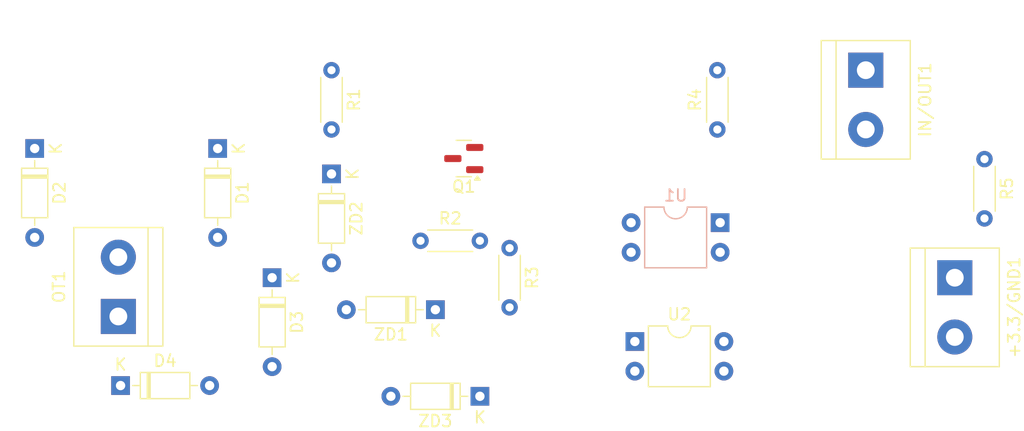
<source format=kicad_pcb>
(kicad_pcb (version 20240108) (generator "pcbnew") (generator_version "8.0")
  (layers (0 "F.Cu" signal) (31 "B.Cu" signal) (34 "B.Paste" user) (35 "F.Paste" user) (36 "B.SilkS" user "B.Silkscreen") (37 "F.SilkS" user "F.Silkscreen") (38 "B.Mask" user) (39 "F.Mask" user) (44 "Edge.Cuts" user))
  (net 0 "")
  (net 1 "Net-(D1-K)")
  (net 2 "Net-(R4-Pad1)")
  (net 3 "/OT1")
  (net 4 "/OT2")
  (net 5 "Net-(D3-A)")
  (net 6 "/OUT")
  (net 7 "/IN")
  (net 8 "Net-(Q1-B)")
  (net 9 "Net-(Q1-C)")
  (net 10 "Net-(R2-Pad2)")
  (net 11 "Net-(ZD3-K)")
  (net 12 "/GND")
  (net 13 "/3.3")
  (footprint "Resistor_THT:R_Axial_DIN0204_L3.6mm_D1.6mm_P5.08mm_Horizontal" (layer "F.Cu") (at 93.98 45.72 -90)
    (property "Reference" "R3" (at 2.54 -1.92 90) (layer "F.SilkS"))
    (property "Value" "100")
    (fp_line (start 0.62 0.92) (end 4.46 0.92) (stroke (width 0.12)) (layer "F.SilkS"))
    (fp_line (start 0.62 -0.92) (end 4.46 -0.92) (stroke (width 0.12)) (layer "F.SilkS"))
    (pad "1" thru_hole circle (at 0 0 270) (size 1.4 1.4) (drill 0.7) (layers "*.Cu" "*.Mask") (net 10 "Net-(R2-Pad2)"))
    (pad "2" thru_hole oval (at 5.08 0 270) (size 1.4 1.4) (drill 0.7) (layers "*.Cu" "*.Mask") (net 5 "Net-(D3-A)"))
  )
  (footprint "Resistor_THT:R_Axial_DIN0204_L3.6mm_D1.6mm_P5.08mm_Horizontal" (layer "F.Cu") (at 111.76 35.56 90)
    (property "Reference" "R4" (at 2.54 -1.92 270) (layer "F.SilkS"))
    (property "Value" "330")
    (fp_line (start 0.62 -0.92) (end 4.46 -0.92) (stroke (width 0.12)) (layer "F.SilkS"))
    (fp_line (start 0.62 0.92) (end 4.46 0.92) (stroke (width 0.12)) (layer "F.SilkS"))
    (pad "1" thru_hole circle (at 0 0 90) (size 1.4 1.4) (drill 0.7) (layers "*.Cu" "*.Mask") (net 2 "Net-(R4-Pad1)"))
    (pad "2" thru_hole oval (at 5.08 0 90) (size 1.4 1.4) (drill 0.7) (layers "*.Cu" "*.Mask") (net 7 "/IN"))
  )
  (footprint "Package_DIP:DIP-4_W7.62mm" (layer "F.Cu") (at 104.7 53.725)
    (property "Reference" "U2" (at 3.81 -2.33 0) (layer "F.SilkS"))
    (property "Value" "PC817")
    (fp_line (start 1.16 -1.33) (end 1.16 3.87) (stroke (width 0.12)) (layer "F.SilkS"))
    (fp_line (start 1.16 3.87) (end 6.46 3.87) (stroke (width 0.12)) (layer "F.SilkS"))
    (fp_line (start 2.81 -1.33) (end 1.16 -1.33) (stroke (width 0.12)) (layer "F.SilkS"))
    (fp_line (start 6.46 -1.33) (end 4.81 -1.33) (stroke (width 0.12)) (layer "F.SilkS"))
    (fp_line (start 6.46 3.87) (end 6.46 -1.33) (stroke (width 0.12)) (layer "F.SilkS"))
    (fp_arc (start 4.81 -1.33) (mid 3.81 -0.33) (end 2.81 -1.33) (stroke (width 0.12)) (layer "F.SilkS"))
    (pad "1" thru_hole rect (at 0 0) (size 1.6 1.6) (drill 0.8) (layers "*.Cu" "*.Mask") (net 10 "Net-(R2-Pad2)"))
    (pad "2" thru_hole oval (at 0 2.54) (size 1.6 1.6) (drill 0.8) (layers "*.Cu" "*.Mask") (net 5 "Net-(D3-A)"))
    (pad "3" thru_hole oval (at 7.62 2.54) (size 1.6 1.6) (drill 0.8) (layers "*.Cu" "*.Mask") (net 6 "/OUT"))
    (pad "4" thru_hole oval (at 7.62 0) (size 1.6 1.6) (drill 0.8) (layers "*.Cu" "*.Mask") (net 13 "/3.3"))
  )
  (footprint "Diode_THT:D_DO-35_SOD27_P7.62mm_Horizontal" (layer "F.Cu") (at 69 37.19 -90)
    (property "Reference" "D1" (at 3.81 -2.12 90) (layer "F.SilkS"))
    (property "Value" "1N4148")
    (fp_line (start 1.69 1.12) (end 5.93 1.12) (stroke (width 0.12)) (layer "F.SilkS"))
    (fp_line (start 5.93 1.12) (end 5.93 -1.12) (stroke (width 0.12)) (layer "F.SilkS"))
    (fp_line (start 1.04 0) (end 1.69 0) (stroke (width 0.12)) (layer "F.SilkS"))
    (fp_line (start 6.58 0) (end 5.93 0) (stroke (width 0.12)) (layer "F.SilkS"))
    (fp_line (start 1.69 -1.12) (end 1.69 1.12) (stroke (width 0.12)) (layer "F.SilkS"))
    (fp_line (start 2.29 -1.12) (end 2.29 1.12) (stroke (width 0.12)) (layer "F.SilkS"))
    (fp_line (start 2.41 -1.12) (end 2.41 1.12) (stroke (width 0.12)) (layer "F.SilkS"))
    (fp_line (start 2.53 -1.12) (end 2.53 1.12) (stroke (width 0.12)) (layer "F.SilkS"))
    (fp_line (start 5.93 -1.12) (end 1.69 -1.12) (stroke (width 0.12)) (layer "F.SilkS"))
    (fp_text user "K" (at 0 -1.8 90) (layer "F.SilkS"))
    (pad "1" thru_hole rect (at 0 0 270) (size 1.6 1.6) (drill 0.8) (layers "*.Cu" "*.Mask") (net 1 "Net-(D1-K)"))
    (pad "2" thru_hole oval (at 7.62 0 270) (size 1.6 1.6) (drill 0.8) (layers "*.Cu" "*.Mask") (net 3 "/OT1"))
  )
  (footprint "TerminalBlock:TerminalBlock_bornier-2_P5.08mm" (layer "F.Cu") (at 124.46 30.48 -90)
    (property "Reference" "IN/OUT1" (at 2.54 -5.08 90) (layer "F.SilkS"))
    (property "Value" "Screw_Terminal_01x02")
    (fp_line (start -2.54 3.81) (end 7.62 3.81) (stroke (width 0.12)) (layer "F.SilkS"))
    (fp_line (start 7.62 3.81) (end 7.62 -3.81) (stroke (width 0.12)) (layer "F.SilkS"))
    (fp_line (start 7.62 2.54) (end -2.54 2.54) (stroke (width 0.12)) (layer "F.SilkS"))
    (fp_line (start -2.54 -3.81) (end -2.54 3.81) (stroke (width 0.12)) (layer "F.SilkS"))
    (fp_line (start 7.62 -3.81) (end -2.54 -3.81) (stroke (width 0.12)) (layer "F.SilkS"))
    (pad "1" thru_hole rect (at 0 0 270) (size 3 3) (drill 1.52) (layers "*.Cu" "*.Mask") (net 7 "/IN"))
    (pad "2" thru_hole circle (at 5.08 0 270) (size 3 3) (drill 1.52) (layers "*.Cu" "*.Mask") (net 6 "/OUT"))
  )
  (footprint "Resistor_THT:R_Axial_DIN0204_L3.6mm_D1.6mm_P5.08mm_Horizontal" (layer "F.Cu") (at 86.36 45.095)
    (property "Reference" "R2" (at 2.54 -1.92 0) (layer "F.SilkS"))
    (property "Value" "220")
    (fp_line (start 0.62 -0.92) (end 4.46 -0.92) (stroke (width 0.12)) (layer "F.SilkS"))
    (fp_line (start 0.62 0.92) (end 4.46 0.92) (stroke (width 0.12)) (layer "F.SilkS"))
    (pad "1" thru_hole circle (at 0 0) (size 1.4 1.4) (drill 0.7) (layers "*.Cu" "*.Mask") (net 9 "Net-(Q1-C)"))
    (pad "2" thru_hole oval (at 5.08 0) (size 1.4 1.4) (drill 0.7) (layers "*.Cu" "*.Mask") (net 10 "Net-(R2-Pad2)"))
  )
  (footprint "Diode_THT:D_DO-35_SOD27_P7.62mm_Horizontal" (layer "F.Cu") (at 53.34 37.19 -90)
    (property "Reference" "D2" (at 3.81 -2.12 90) (layer "F.SilkS"))
    (property "Value" "1N4148")
    (fp_line (start 1.69 1.12) (end 5.93 1.12) (stroke (width 0.12)) (layer "F.SilkS"))
    (fp_line (start 5.93 1.12) (end 5.93 -1.12) (stroke (width 0.12)) (layer "F.SilkS"))
    (fp_line (start 1.04 0) (end 1.69 0) (stroke (width 0.12)) (layer "F.SilkS"))
    (fp_line (start 6.58 0) (end 5.93 0) (stroke (width 0.12)) (layer "F.SilkS"))
    (fp_line (start 1.69 -1.12) (end 1.69 1.12) (stroke (width 0.12)) (layer "F.SilkS"))
    (fp_line (start 2.29 -1.12) (end 2.29 1.12) (stroke (width 0.12)) (layer "F.SilkS"))
    (fp_line (start 2.41 -1.12) (end 2.41 1.12) (stroke (width 0.12)) (layer "F.SilkS"))
    (fp_line (start 2.53 -1.12) (end 2.53 1.12) (stroke (width 0.12)) (layer "F.SilkS"))
    (fp_line (start 5.93 -1.12) (end 1.69 -1.12) (stroke (width 0.12)) (layer "F.SilkS"))
    (fp_text user "K" (at 0 -1.8 90) (layer "F.SilkS"))
    (pad "1" thru_hole rect (at 0 0 270) (size 1.6 1.6) (drill 0.8) (layers "*.Cu" "*.Mask") (net 1 "Net-(D1-K)"))
    (pad "2" thru_hole oval (at 7.62 0 270) (size 1.6 1.6) (drill 0.8) (layers "*.Cu" "*.Mask") (net 4 "/OT2"))
  )
  (footprint "TerminalBlock:TerminalBlock_bornier-2_P5.08mm" (layer "F.Cu") (at 132.08 48.26 -90)
    (property "Reference" "+3.3/GND1" (at 2.54 -5.08 90) (layer "F.SilkS"))
    (property "Value" "Screw_Terminal_01x02")
    (fp_line (start -2.54 3.81) (end 7.62 3.81) (stroke (width 0.12)) (layer "F.SilkS"))
    (fp_line (start 7.62 3.81) (end 7.62 -3.81) (stroke (width 0.12)) (layer "F.SilkS"))
    (fp_line (start 7.62 2.54) (end -2.54 2.54) (stroke (width 0.12)) (layer "F.SilkS"))
    (fp_line (start -2.54 -3.81) (end -2.54 3.81) (stroke (width 0.12)) (layer "F.SilkS"))
    (fp_line (start 7.62 -3.81) (end -2.54 -3.81) (stroke (width 0.12)) (layer "F.SilkS"))
    (pad "1" thru_hole rect (at 0 0 270) (size 3 3) (drill 1.52) (layers "*.Cu" "*.Mask") (net 12 "/GND"))
    (pad "2" thru_hole circle (at 5.08 0 270) (size 3 3) (drill 1.52) (layers "*.Cu" "*.Mask") (net 13 "/3.3"))
  )
  (footprint "Diode_THT:D_DO-35_SOD27_P7.62mm_Horizontal" (layer "F.Cu") (at 73.66 48.26 -90)
    (property "Reference" "D3" (at 3.81 -2.12 90) (layer "F.SilkS"))
    (property "Value" "1N4148")
    (fp_line (start 1.69 1.12) (end 5.93 1.12) (stroke (width 0.12)) (layer "F.SilkS"))
    (fp_line (start 5.93 1.12) (end 5.93 -1.12) (stroke (width 0.12)) (layer "F.SilkS"))
    (fp_line (start 1.04 0) (end 1.69 0) (stroke (width 0.12)) (layer "F.SilkS"))
    (fp_line (start 6.58 0) (end 5.93 0) (stroke (width 0.12)) (layer "F.SilkS"))
    (fp_line (start 1.69 -1.12) (end 1.69 1.12) (stroke (width 0.12)) (layer "F.SilkS"))
    (fp_line (start 2.29 -1.12) (end 2.29 1.12) (stroke (width 0.12)) (layer "F.SilkS"))
    (fp_line (start 2.41 -1.12) (end 2.41 1.12) (stroke (width 0.12)) (layer "F.SilkS"))
    (fp_line (start 2.53 -1.12) (end 2.53 1.12) (stroke (width 0.12)) (layer "F.SilkS"))
    (fp_line (start 5.93 -1.12) (end 1.69 -1.12) (stroke (width 0.12)) (layer "F.SilkS"))
    (fp_text user "K" (at 0 -1.8 90) (layer "F.SilkS"))
    (pad "1" thru_hole rect (at 0 0 270) (size 1.6 1.6) (drill 0.8) (layers "*.Cu" "*.Mask") (net 3 "/OT1"))
    (pad "2" thru_hole oval (at 7.62 0 270) (size 1.6 1.6) (drill 0.8) (layers "*.Cu" "*.Mask") (net 5 "Net-(D3-A)"))
  )
  (footprint "Diode_THT:D_DO-35_SOD27_P7.62mm_Horizontal" (layer "F.Cu") (at 60.69 57.5)
    (property "Reference" "D4" (at 3.81 -2.12 360) (layer "F.SilkS"))
    (property "Value" "1N4148")
    (fp_line (start 1.04 0) (end 1.69 0) (stroke (width 0.12)) (layer "F.SilkS"))
    (fp_line (start 1.69 -1.12) (end 1.69 1.12) (stroke (width 0.12)) (layer "F.SilkS"))
    (fp_line (start 1.69 1.12) (end 5.93 1.12) (stroke (width 0.12)) (layer "F.SilkS"))
    (fp_line (start 2.29 -1.12) (end 2.29 1.12) (stroke (width 0.12)) (layer "F.SilkS"))
    (fp_line (start 2.41 -1.12) (end 2.41 1.12) (stroke (width 0.12)) (layer "F.SilkS"))
    (fp_line (start 2.53 -1.12) (end 2.53 1.12) (stroke (width 0.12)) (layer "F.SilkS"))
    (fp_line (start 5.93 -1.12) (end 1.69 -1.12) (stroke (width 0.12)) (layer "F.SilkS"))
    (fp_line (start 5.93 1.12) (end 5.93 -1.12) (stroke (width 0.12)) (layer "F.SilkS"))
    (fp_line (start 6.58 0) (end 5.93 0) (stroke (width 0.12)) (layer "F.SilkS"))
    (fp_text user "K" (at 0 -1.8 360) (layer "F.SilkS"))
    (pad "1" thru_hole rect (at 0 0) (size 1.6 1.6) (drill 0.8) (layers "*.Cu" "*.Mask") (net 4 "/OT2"))
    (pad "2" thru_hole oval (at 7.62 0) (size 1.6 1.6) (drill 0.8) (layers "*.Cu" "*.Mask") (net 5 "Net-(D3-A)"))
  )
  (footprint "Resistor_THT:R_Axial_DIN0204_L3.6mm_D1.6mm_P5.08mm_Horizontal" (layer "F.Cu") (at 78.74 30.48 -90)
    (property "Reference" "R1" (at 2.54 -1.92 -90) (layer "F.SilkS"))
    (property "Value" "330")
    (fp_line (start 0.62 0.92) (end 4.46 0.92) (stroke (width 0.12)) (layer "F.SilkS"))
    (fp_line (start 0.62 -0.92) (end 4.46 -0.92) (stroke (width 0.12)) (layer "F.SilkS"))
    (pad "1" thru_hole circle (at 0 0 270) (size 1.4 1.4) (drill 0.7) (layers "*.Cu" "*.Mask") (net 1 "Net-(D1-K)"))
    (pad "2" thru_hole oval (at 5.08 0 270) (size 1.4 1.4) (drill 0.7) (layers "*.Cu" "*.Mask") (net 8 "Net-(Q1-B)"))
  )
  (footprint "Package_TO_SOT_SMD:SOT-23" (layer "F.Cu") (at 90.0625 38.05 180)
    (property "Reference" "Q1" (at 0 -2.4 180) (layer "F.SilkS"))
    (property "Value" "BC858")
    (fp_line (start 0 1.56) (end 0.65 1.56) (stroke (width 0.12)) (layer "F.SilkS"))
    (fp_line (start 0 1.56) (end -0.65 1.56) (stroke (width 0.12)) (layer "F.SilkS"))
    (fp_line (start 0 -1.56) (end 0.65 -1.56) (stroke (width 0.12)) (layer "F.SilkS"))
    (fp_line (start 0 -1.56) (end -0.65 -1.56) (stroke (width 0.12)) (layer "F.SilkS"))
    (fp_poly (pts (xy -1.1625 -1.51) (xy -1.4025 -1.84) (xy -0.9225 -1.84) (xy -1.1625 -1.51)) (stroke (width 0.12)) (fill solid) (layer "F.SilkS"))
    (pad "1" smd roundrect (at -0.9375 -0.95 180) (size 1.475 0.6) (layers "F.Cu" "F.Paste" "F.Mask") (net 8 "Net-(Q1-B)"))
    (pad "2" smd roundrect (at -0.9375 0.95 180) (size 1.475 0.6) (layers "F.Cu" "F.Paste" "F.Mask") (net 1 "Net-(D1-K)"))
    (pad "3" smd roundrect (at 0.9375 0 180) (size 1.475 0.6) (layers "F.Cu" "F.Paste" "F.Mask") (net 9 "Net-(Q1-C)"))
  )
  (footprint "TerminalBlock:TerminalBlock_bornier-2_P5.08mm" (layer "F.Cu") (at 60.5 51.58 90)
    (property "Reference" "OT1" (at 2.54 -5.08 270) (layer "F.SilkS"))
    (property "Value" "Screw_Terminal_01x02")
    (fp_line (start 7.62 -3.81) (end -2.54 -3.81) (stroke (width 0.12)) (layer "F.SilkS"))
    (fp_line (start -2.54 -3.81) (end -2.54 3.81) (stroke (width 0.12)) (layer "F.SilkS"))
    (fp_line (start 7.62 2.54) (end -2.54 2.54) (stroke (width 0.12)) (layer "F.SilkS"))
    (fp_line (start 7.62 3.81) (end 7.62 -3.81) (stroke (width 0.12)) (layer "F.SilkS"))
    (fp_line (start -2.54 3.81) (end 7.62 3.81) (stroke (width 0.12)) (layer "F.SilkS"))
    (pad "1" thru_hole rect (at 0 0 90) (size 3 3) (drill 1.52) (layers "*.Cu" "*.Mask") (net 4 "/OT2"))
    (pad "2" thru_hole circle (at 5.08 0 90) (size 3 3) (drill 1.52) (layers "*.Cu" "*.Mask") (net 3 "/OT1"))
  )
  (footprint "Diode_THT:D_DO-35_SOD27_P7.62mm_Horizontal" (layer "F.Cu") (at 87.63 51 180)
    (property "Reference" "ZD1" (at 3.81 -2.12 180) (layer "F.SilkS"))
    (property "Value" "4V7")
    (fp_line (start 6.58 0) (end 5.93 0) (stroke (width 0.12)) (layer "F.SilkS"))
    (fp_line (start 5.93 1.12) (end 5.93 -1.12) (stroke (width 0.12)) (layer "F.SilkS"))
    (fp_line (start 5.93 -1.12) (end 1.69 -1.12) (stroke (width 0.12)) (layer "F.SilkS"))
    (fp_line (start 2.53 -1.12) (end 2.53 1.12) (stroke (width 0.12)) (layer "F.SilkS"))
    (fp_line (start 2.41 -1.12) (end 2.41 1.12) (stroke (width 0.12)) (layer "F.SilkS"))
    (fp_line (start 2.29 -1.12) (end 2.29 1.12) (stroke (width 0.12)) (layer "F.SilkS"))
    (fp_line (start 1.69 1.12) (end 5.93 1.12) (stroke (width 0.12)) (layer "F.SilkS"))
    (fp_line (start 1.69 -1.12) (end 1.69 1.12) (stroke (width 0.12)) (layer "F.SilkS"))
    (fp_line (start 1.04 0) (end 1.69 0) (stroke (width 0.12)) (layer "F.SilkS"))
    (fp_text user "K" (at 0 -1.8 180) (layer "F.SilkS"))
    (pad "1" thru_hole rect (at 0 0 180) (size 1.6 1.6) (drill 0.8) (layers "*.Cu" "*.Mask") (net 9 "Net-(Q1-C)"))
    (pad "2" thru_hole oval (at 7.62 0 180) (size 1.6 1.6) (drill 0.8) (layers "*.Cu" "*.Mask") (net 5 "Net-(D3-A)"))
  )
  (footprint "Resistor_THT:R_Axial_DIN0204_L3.6mm_D1.6mm_P5.08mm_Horizontal" (layer "F.Cu") (at 134.62 38.1 -90)
    (property "Reference" "R5" (at 2.54 -1.92 90) (layer "F.SilkS"))
    (property "Value" "1.5K")
    (fp_line (start 0.62 0.92) (end 4.46 0.92) (stroke (width 0.12)) (layer "F.SilkS"))
    (fp_line (start 0.62 -0.92) (end 4.46 -0.92) (stroke (width 0.12)) (layer "F.SilkS"))
    (pad "1" thru_hole circle (at 0 0 270) (size 1.4 1.4) (drill 0.7) (layers "*.Cu" "*.Mask") (net 6 "/OUT"))
    (pad "2" thru_hole oval (at 5.08 0 270) (size 1.4 1.4) (drill 0.7) (layers "*.Cu" "*.Mask") (net 12 "/GND"))
  )
  (footprint "Diode_THT:D_DO-35_SOD27_P7.62mm_Horizontal" (layer "F.Cu") (at 91.44 58.42 180)
    (property "Reference" "ZD3" (at 3.81 -2.12 180) (layer "F.SilkS"))
    (property "Value" "4V3")
    (fp_line (start 6.58 0) (end 5.93 0) (stroke (width 0.12)) (layer "F.SilkS"))
    (fp_line (start 5.93 1.12) (end 5.93 -1.12) (stroke (width 0.12)) (layer "F.SilkS"))
    (fp_line (start 5.93 -1.12) (end 1.69 -1.12) (stroke (width 0.12)) (layer "F.SilkS"))
    (fp_line (start 2.53 -1.12) (end 2.53 1.12) (stroke (width 0.12)) (layer "F.SilkS"))
    (fp_line (start 2.41 -1.12) (end 2.41 1.12) (stroke (width 0.12)) (layer "F.SilkS"))
    (fp_line (start 2.29 -1.12) (end 2.29 1.12) (stroke (width 0.12)) (layer "F.SilkS"))
    (fp_line (start 1.69 1.12) (end 5.93 1.12) (stroke (width 0.12)) (layer "F.SilkS"))
    (fp_line (start 1.69 -1.12) (end 1.69 1.12) (stroke (width 0.12)) (layer "F.SilkS"))
    (fp_line (start 1.04 0) (end 1.69 0) (stroke (width 0.12)) (layer "F.SilkS"))
    (fp_text user "K" (at 0 -1.8 180) (layer "F.SilkS"))
    (pad "1" thru_hole rect (at 0 0 180) (size 1.6 1.6) (drill 0.8) (layers "*.Cu" "*.Mask") (net 11 "Net-(ZD3-K)"))
    (pad "2" thru_hole oval (at 7.62 0 180) (size 1.6 1.6) (drill 0.8) (layers "*.Cu" "*.Mask") (net 5 "Net-(D3-A)"))
  )
  (footprint "Diode_THT:D_DO-35_SOD27_P7.62mm_Horizontal" (layer "F.Cu") (at 78.74 39.37 -90)
    (property "Reference" "ZD2" (at 3.81 -2.12 90) (layer "F.SilkS"))
    (property "Value" "15V")
    (fp_line (start 1.69 1.12) (end 5.93 1.12) (stroke (width 0.12)) (layer "F.SilkS"))
    (fp_line (start 5.93 1.12) (end 5.93 -1.12) (stroke (width 0.12)) (layer "F.SilkS"))
    (fp_line (start 1.04 0) (end 1.69 0) (stroke (width 0.12)) (layer "F.SilkS"))
    (fp_line (start 6.58 0) (end 5.93 0) (stroke (width 0.12)) (layer "F.SilkS"))
    (fp_line (start 1.69 -1.12) (end 1.69 1.12) (stroke (width 0.12)) (layer "F.SilkS"))
    (fp_line (start 2.29 -1.12) (end 2.29 1.12) (stroke (width 0.12)) (layer "F.SilkS"))
    (fp_line (start 2.41 -1.12) (end 2.41 1.12) (stroke (width 0.12)) (layer "F.SilkS"))
    (fp_line (start 2.53 -1.12) (end 2.53 1.12) (stroke (width 0.12)) (layer "F.SilkS"))
    (fp_line (start 5.93 -1.12) (end 1.69 -1.12) (stroke (width 0.12)) (layer "F.SilkS"))
    (fp_text user "K" (at 0 -1.8 90) (layer "F.SilkS"))
    (pad "1" thru_hole rect (at 0 0 270) (size 1.6 1.6) (drill 0.8) (layers "*.Cu" "*.Mask") (net 8 "Net-(Q1-B)"))
    (pad "2" thru_hole oval (at 7.62 0 270) (size 1.6 1.6) (drill 0.8) (layers "*.Cu" "*.Mask") (net 5 "Net-(D3-A)"))
  )
  (footprint "Package_DIP:DIP-4_W7.62mm" (layer "B.Cu") (at 112 43.54 180)
    (property "Reference" "U1" (at 3.81 2.33 180) (layer "B.SilkS") (effects (justify mirror)))
    (property "Value" "PC817")
    (fp_line (start 6.46 1.33) (end 6.46 -3.87) (stroke (width 0.12)) (layer "B.SilkS"))
    (fp_line (start 6.46 -3.87) (end 1.16 -3.87) (stroke (width 0.12)) (layer "B.SilkS"))
    (fp_line (start 4.81 1.33) (end 6.46 1.33) (stroke (width 0.12)) (layer "B.SilkS"))
    (fp_line (start 1.16 1.33) (end 2.81 1.33) (stroke (width 0.12)) (layer "B.SilkS"))
    (fp_line (start 1.16 -3.87) (end 1.16 1.33) (stroke (width 0.12)) (layer "B.SilkS"))
    (fp_arc (start 2.81 1.33) (mid 3.81 0.33) (end 4.81 1.33) (stroke (width 0.12)) (layer "B.SilkS"))
    (pad "1" thru_hole rect (at 0 0 180) (size 1.6 1.6) (drill 0.8) (layers "*.Cu" "*.Mask") (net 2 "Net-(R4-Pad1)"))
    (pad "2" thru_hole oval (at 0 -2.54 180) (size 1.6 1.6) (drill 0.8) (layers "*.Cu" "*.Mask") (net 12 "/GND"))
    (pad "3" thru_hole oval (at 7.62 -2.54 180) (size 1.6 1.6) (drill 0.8) (layers "*.Cu" "*.Mask") (net 11 "Net-(ZD3-K)"))
    (pad "4" thru_hole oval (at 7.62 0 180) (size 1.6 1.6) (drill 0.8) (layers "*.Cu" "*.Mask") (net 8 "Net-(Q1-B)"))
  )
)
</source>
